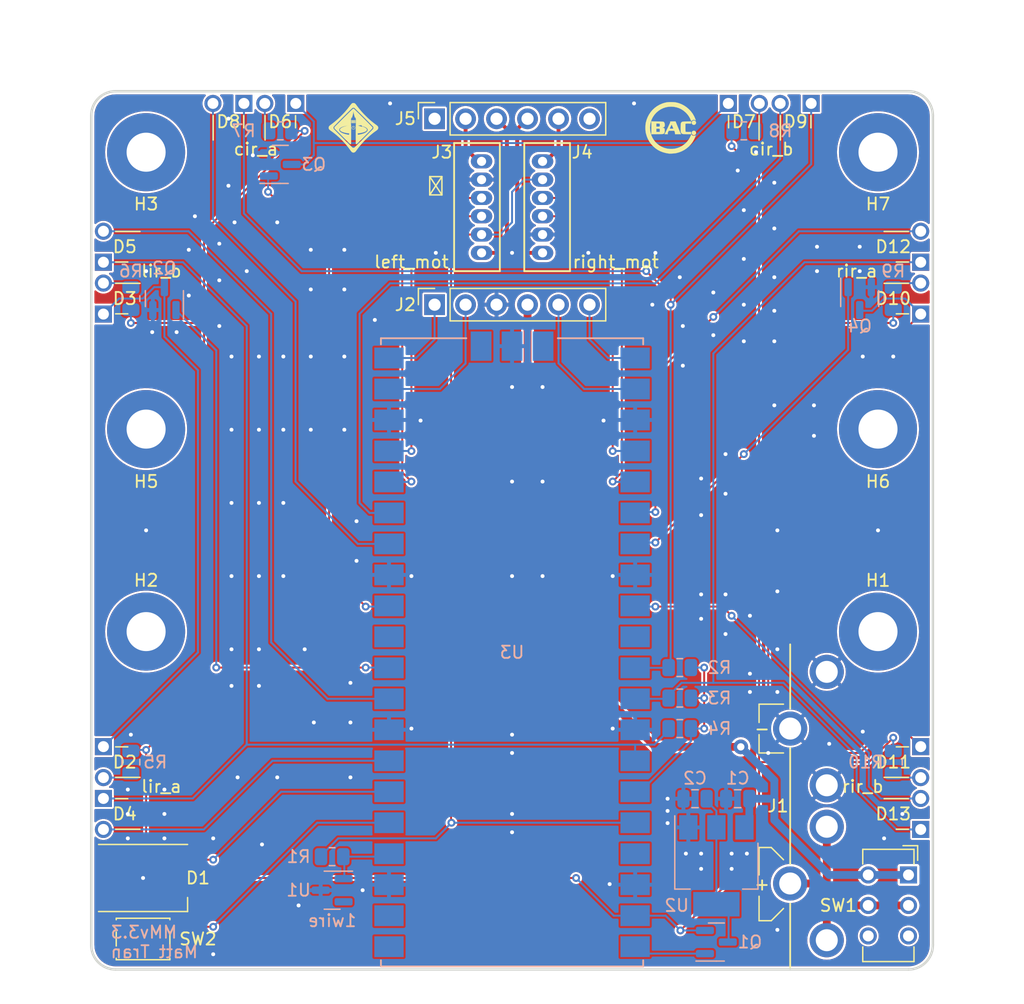
<source format=kicad_pcb>
(kicad_pcb (version 20211014) (generator pcbnew)
  (layers (0 "F.Cu" signal) (31 "B.Cu" signal) (34 "B.Paste" user) (35 "F.Paste" user) (36 "B.SilkS" user "B.Silkscreen") (37 "F.SilkS" user "F.Silkscreen") (38 "B.Mask" user) (39 "F.Mask" user) (44 "Edge.Cuts" user))
  (net 0 "")
  (net 1 "GND")
  (net 2 "+5V")
  (net 3 "+9V")
  (net 5 "/neopixel")
  (net 6 "Net-(D2-Pad2)")
  (net 7 "Net-(D2-Pad1)")
  (net 8 "Net-(D3-Pad2)")
  (net 9 "/l_adc")
  (net 10 "/lir_a")
  (net 11 "/lir_b")
  (net 12 "Net-(D6-Pad2)")
  (net 13 "Net-(D6-Pad1)")
  (net 14 "Net-(D7-Pad2)")
  (net 15 "/c_adc")
  (net 16 "/cir_a")
  (net 17 "/cir_b")
  (net 18 "Net-(D10-Pad2)")
  (net 19 "Net-(D10-Pad1)")
  (net 20 "Net-(D11-Pad2)")
  (net 21 "/r_adc")
  (net 22 "/rir_a")
  (net 23 "/rir_b")
  (net 24 "+3V3")
  (net 25 "/lmot_in1")
  (net 26 "/lmot_in2")
  (net 27 "/rmot_in1")
  (net 28 "/rmot_in2")
  (net 29 "/lmot_m2")
  (net 30 "/lenc_b")
  (net 31 "/lenc_a")
  (net 32 "/lmot_m1")
  (net 33 "/rmot_m2")
  (net 34 "/renc_b")
  (net 35 "/renc_a")
  (net 36 "/rmot_m1")
  (net 37 "VBUS")
  (net 38 "/onewire")
  (net 39 "/+3V3A")
  (net 40 "/lir_en")
  (net 41 "/cir_en")
  (net 42 "/rir_en")
  (net 45 "/but")
  (net 56 "Net-(J1-Pad1)")
  (net 57 "Net-(C2-Pad1)")
  (footprint "LED_SMD:LED_WS2812B_PLCC4_5.0x5.0mm_P3.2mm" (layer "F.Cu") (at 119.75 128.5)
    (fp_text reference "D1")
    (fp_text value "WS2812B")
  )
  (footprint "extraparts:LED_D3.0mm_RH_THT_IRBlack" (layer "F.Cu") (at 116.5 123.25 -90)
    (fp_text reference "D4")
    (fp_text value "D_Photo_ALT")
  )
  (footprint "extraparts:LED_D3.0mm_RH_THT_Clear" (layer "F.Cu") (at 131 65 180)
    (fp_text reference "D6")
    (fp_text value "LED")
  )
  (footprint "extraparts:LED_D3.0mm_RH_THT_Clear" (layer "F.Cu") (at 183.5 119 90)
    (fp_text reference "D11")
    (fp_text value "LED")
  )
  (footprint "extraparts:LED_D3.0mm_RH_THT_IRBlack" (layer "F.Cu") (at 183.5 76.75 90)
    (fp_text reference "D12")
    (fp_text value "D_Photo_ALT")
  )
  (footprint "MountingHole:MountingHole_3.2mm_M3_Pad_TopBottom" (layer "F.Cu") (at 180 108.3)
    (fp_text reference "H1")
    (fp_text value "MountingHole")
  )
  (footprint "MountingHole:MountingHole_3.2mm_M3_Pad_TopBottom" (layer "F.Cu") (at 120 108.3)
    (fp_text reference "H2")
    (fp_text value "MountingHole")
  )
  (footprint "MountingHole:MountingHole_3.2mm_M3_Pad_TopBottom" (layer "F.Cu") (at 120 91.7)
    (fp_text reference "H5")
    (fp_text value "MountingHole")
  )
  (footprint "MountingHole:MountingHole_3.2mm_M3_Pad_TopBottom" (layer "F.Cu") (at 180 91.7)
    (fp_text reference "H6")
    (fp_text value "MountingHole")
  )
  (footprint "Connector_PinSocket_2.54mm:PinSocket_1x06_P2.54mm_Vertical" (layer "F.Cu") (at 143.65 81.5 90)
    (fp_text reference "J2")
    (fp_text value "DRV8833_L")
  )
  (footprint "extraparts:JST_ZH_Vert_6pin" (layer "F.Cu") (at 147.5 69.75 -90)
    (fp_text reference "J3")
    (fp_text value "left_mot")
  )
  (footprint "Button_Switch_SMD:SW_SPST_PTS810" (layer "F.Cu") (at 119.75 133.5)
    (fp_text reference "SW2")
    (fp_text value "but")
  )
  (footprint "Connector_PinSocket_2.54mm:PinSocket_1x06_P2.54mm_Vertical" (layer "F.Cu") (at 143.65 66.26 90)
    (fp_text reference "J5")
    (fp_text value "DRV8833_R")
  )
  (footprint "extraparts:LED_D3.0mm_RH_THT_Clear" (layer "F.Cu") (at 116.5 119 -90)
    (fp_text reference "D2")
    (fp_text value "LED")
  )
  (footprint "extraparts:LED_D3.0mm_RH_THT_IRBlack" (layer "F.Cu") (at 183.5 123.25 90)
    (fp_text reference "D13")
    (fp_text value "D_Photo_ALT")
  )
  (footprint "extraparts:JST_ZH_Vert_6pin" (layer "F.Cu") (at 152.5 77.25 90)
    (fp_text reference "J4")
    (fp_text value "right_mot")
  )
  (footprint "extraparts:bac_logo" (layer "F.Cu") (at 163 67)
    (fp_text reference "H4" hide)
    (fp_text value "bac logo" hide)
  )
  (footprint "extraparts:ieee_logo" (layer "F.Cu") (at 137 67)
    (fp_text reference "H8" hide)
    (fp_text value "ieee logo" hide)
  )
  (footprint "extraparts:LED_D3.0mm_RH_THT_Clear" (layer "F.Cu") (at 116.5 81 -90)
    (fp_text reference "D3")
    (fp_text value "LED")
  )
  (footprint "extraparts:LED_D3.0mm_RH_THT_IRBlack" (layer "F.Cu") (at 116.5 76.75 -90)
    (fp_text reference "D5")
    (fp_text value "D_Photo_ALT")
  )
  (footprint "extraparts:LED_D3.0mm_RH_THT_IRBlack" (layer "F.Cu") (at 126.75 65 180)
    (fp_text reference "D8")
    (fp_text value "D_Photo_ALT")
  )
  (footprint "extraparts:Keystone_593_594" (layer "F.Cu") (at 172.8 122.6 90)
    (fp_text reference "J1")
    (fp_text value "9V")
  )
  (footprint "extraparts:LED_D3.0mm_RH_THT_Clear" (layer "F.Cu") (at 169 65 180)
    (fp_text reference "D7")
    (fp_text value "LED")
  )
  (footprint "extraparts:LED_D3.0mm_RH_THT_Clear" (layer "F.Cu") (at 183.5 81 90)
    (fp_text reference "D10")
    (fp_text value "LED")
  )
  (footprint "Button_Switch_THT:SW_CuK_JS202011CQN_DPDT_Straight" (layer "F.Cu") (at 182.5 128.25 -90)
    (fp_text reference "SW1")
    (fp_text value "PWR")
  )
  (footprint "MountingHole:MountingHole_3.2mm_M3_Pad_TopBottom" (layer "F.Cu") (at 120 69)
    (fp_text reference "H3")
    (fp_text value "MountingHole")
  )
  (footprint "MountingHole:MountingHole_3.2mm_M3_Pad_TopBottom" (layer "F.Cu") (at 180 69)
    (fp_text reference "H7")
    (fp_text value "MountingHole")
  )
  (footprint "extraparts:LED_D3.0mm_RH_THT_IRBlack" (layer "F.Cu") (at 173.25 65 180)
    (fp_text reference "D9")
    (fp_text value "D_Photo_ALT")
  )
  (footprint "Capacitor_SMD:C_0805_2012Metric" (layer "B.Cu") (at 165 122 180)
    (fp_text reference "C2")
    (fp_text value "10u")
  )
  (footprint "Package_TO_SOT_SMD:SOT-23" (layer "B.Cu") (at 166.75 133.75)
    (fp_text reference "Q1")
    (fp_text value "DMG2301L")
  )
  (footprint "Package_TO_SOT_SMD:SOT-23" (layer "B.Cu") (at 178.5 81 -90)
    (fp_text reference "Q4")
    (fp_text value "DMG2302U")
  )
  (footprint "Resistor_SMD:R_0805_2012Metric" (layer "B.Cu") (at 163.75 111.25 180)
    (fp_text reference "R2")
    (fp_text value "10K")
  )
  (footprint "Resistor_SMD:R_0805_2012Metric" (layer "B.Cu") (at 163.75 113.75 180)
    (fp_text reference "R3")
    (fp_text value "10K")
  )
  (footprint "Resistor_SMD:R_0805_2012Metric" (layer "B.Cu") (at 118.75 119 -90)
    (fp_text reference "R5")
    (fp_text value "150")
  )
  (footprint "Resistor_SMD:R_0805_2012Metric" (layer "B.Cu") (at 118.75 81 90)
    (fp_text reference "R6")
    (fp_text value "150")
  )
  (footprint "Resistor_SMD:R_0805_2012Metric" (layer "B.Cu") (at 131 67.25 180)
    (fp_text reference "R7")
    (fp_text value "150")
  )
  (footprint "Resistor_SMD:R_0805_2012Metric" (layer "B.Cu") (at 169 67.25)
    (fp_text reference "R8")
    (fp_text value "150")
  )
  (footprint "Resistor_SMD:R_0805_2012Metric" (layer "B.Cu") (at 181.25 119 -90)
    (fp_text reference "R10")
    (fp_text value "150")
  )
  (footprint "Package_TO_SOT_SMD:SOT-23" (layer "B.Cu") (at 135.25 129.5 180)
    (fp_text reference "U1")
    (fp_text value "DS28E05R+T")
  )
  (footprint "extraparts:RPi_Pico_SMD" (layer "B.Cu") (at 150 110)
    (fp_text reference "U3")
    (fp_text value "RPi_Pico")
  )
  (footprint "Capacitor_SMD:C_0805_2012Metric" (layer "B.Cu") (at 168.5 122 180)
    (fp_text reference "C1")
    (fp_text value "10u")
  )
  (footprint "Resistor_SMD:R_0805_2012Metric" (layer "B.Cu") (at 135.25 126.75)
    (fp_text reference "R1")
    (fp_text value "1k")
  )
  (footprint "Package_TO_SOT_SMD:SOT-223-3_TabPin2" (layer "B.Cu") (at 166.75 127.5 -90)
    (fp_text reference "U2")
    (fp_text value "LD1117S50TR_SOT223")
  )
  (footprint "Package_TO_SOT_SMD:SOT-23" (layer "B.Cu") (at 121.5 81 90)
    (fp_text reference "Q2")
    (fp_text value "DMG2302U")
  )
  (footprint "Resistor_SMD:R_0805_2012Metric" (layer "B.Cu") (at 181.25 81 90)
    (fp_text reference "R9")
    (fp_text value "150")
  )
  (footprint "Resistor_SMD:R_0805_2012Metric" (layer "B.Cu") (at 163.75 116.25 180)
    (fp_text reference "R4")
    (fp_text value "10K")
  )
  (footprint "Package_TO_SOT_SMD:SOT-23" (layer "B.Cu") (at 131 70)
    (fp_text reference "Q3")
    (fp_text value "DMG2302U")
  )
  (gr_line (start 144.25 72.5) (end 144.25 71) (layer "F.SilkS") (width 0.12))
  (gr_line (start 143.25 71) (end 144.25 72.5) (layer "F.SilkS") (width 0.12))
  (gr_line (start 143.25 72.5) (end 144.25 71) (layer "F.SilkS") (width 0.12))
  (gr_line (start 182.5 82.25) (end 181.5 82.25) (layer "F.SilkS") (width 0.12))
  (gr_line (start 117.5 120.25) (end 119.5 120.25) (layer "F.SilkS") (width 0.12))
  (gr_line (start 172.25 114.25) (end 170.25 114.25) (layer "F.SilkS") (width 0.12))
  (gr_line (start 117.5 82.25) (end 118.5 82.25) (layer "F.SilkS") (width 0.12))
  (gr_line (start 182.5 122) (end 180.5 122) (layer "F.SilkS") (width 0.12))
  (gr_line (start 171.25 126) (end 170.25 126) (layer "F.SilkS") (width 0.12))
  (gr_line (start 182.5 75.5) (end 180.5 75.5) (layer "F.SilkS") (width 0.12))
  (gr_line (start 170.25 114.25) (end 170.25 115.75) (layer "F.SilkS") (width 0.12))
  (gr_line (start 170.25 66) (end 170.25 68) (layer "F.SilkS") (width 0.12))
  (gr_line (start 167.75 66) (end 167.75 67) (layer "F.SilkS") (width 0.12))
  (gr_line (start 128 66) (end 128 67) (layer "F.SilkS") (width 0.12))
  (gr_line (start 182.5 117.75) (end 181.5 117.75) (layer "F.SilkS") (width 0.12))
  (gr_line (start 182.5 79.75) (end 180.5 79.75) (layer "F.SilkS") (width 0.12))
  (gr_line (start 172.25 118.25) (end 170.25 118.25) (layer "F.SilkS") (width 0.12))
  (gr_line (start 125.5 66) (end 125.5 68) (layer "F.SilkS") (width 0.12))
  (gr_line (start 117.5 78) (end 118.5 78) (layer "F.SilkS") (width 0.12))
  (gr_line (start 172.25 131) (end 171.25 132) (layer "F.SilkS") (width 0.12))
  (gr_line (start 143.25 71) (end 143.25 72.5) (layer "F.SilkS") (width 0.12))
  (gr_line (start 182.5 120.25) (end 180.5 120.25) (layer "F.SilkS") (width 0.12))
  (gr_line (start 117.5 79.75) (end 119.5 79.75) (layer "F.SilkS") (width 0.12))
  (gr_line (start 132.25 66) (end 132.25 67) (layer "F.SilkS") (width 0.12))
  (gr_line (start 143.25 72.5) (end 144.25 72.5) (layer "F.SilkS") (width 0.12))
  (gr_line (start 171.25 132) (end 170.25 132) (layer "F.SilkS") (width 0.12))
  (gr_line (start 170.25 126) (end 170.25 128.25) (layer "F.SilkS") (width 0.12))
  (gr_line (start 172 66) (end 172 68) (layer "F.SilkS") (width 0.12))
  (gr_line (start 174.5 66) (end 174.5 67) (layer "F.SilkS") (width 0.12))
  (gr_line (start 117.5 75.5) (end 119.5 75.5) (layer "F.SilkS") (width 0.12))
  (gr_line (start 182.5 78) (end 181.5 78) (layer "F.SilkS") (width 0.12))
  (gr_line (start 170.25 132) (end 170.25 130) (layer "F.SilkS") (width 0.12))
  (gr_line (start 117.5 124.5) (end 119.5 124.5) (layer "F.SilkS") (width 0.12))
  (gr_line (start 117.5 122) (end 118.5 122) (layer "F.SilkS") (width 0.12))
  (gr_line (start 129.75 66) (end 129.75 68) (layer "F.SilkS") (width 0.12))
  (gr_line (start 170.25 118.25) (end 170.25 116.75) (layer "F.SilkS") (width 0.12))
  (gr_line (start 144.25 71) (end 143.25 71) (layer "F.SilkS") (width 0.12))
  (gr_line (start 117.5 117.75) (end 118.5 117.75) (layer "F.SilkS") (width 0.12))
  (gr_line (start 182.5 124.5) (end 181.5 124.5) (layer "F.SilkS") (width 0.12))
  (gr_line (start 172.25 127) (end 171.25 126) (layer "F.SilkS") (width 0.12))
  (gr_line (start 115.5 66) (end 115.5 134) (layer "Edge.Cuts") (width 0.2))
  (gr_line (start 117.5 136) (end 182.5 136) (layer "Edge.Cuts") (width 0.2))
  (gr_arc (start 117.5 136) (mid 116.085786 135.414214) (end 115.5 134) (layer "Edge.Cuts") (width 0.2))
  (gr_arc (start 182.5 64) (mid 183.914214 64.585786) (end 184.5 66) (layer "Edge.Cuts") (width 0.2))
  (gr_arc (start 184.5 134) (mid 183.914214 135.414214) (end 182.5 136) (layer "Edge.Cuts") (width 0.2))
  (gr_line (start 184.5 66) (end 184.5 134) (layer "Edge.Cuts") (width 0.2))
  (gr_line (start 117.5 64) (end 182.5 64) (layer "Edge.Cuts") (width 0.2))
  (gr_arc (start 115.5 66) (mid 116.085786 64.585786) (end 117.5 64) (layer "Edge.Cuts") (width 0.2))
  (gr_text "MMv3.3\nMatt Tran" (at 117 133.75) (layer "B.SilkS") (effects (font (size 1 1)) (justify right mirror)))
  (gr_text "1wire" (at 135.25 132) (layer "B.SilkS") (effects (font (size 1 1)) (justify mirror)))
  (gr_text "lir_a" (at 121.25 121) (layer "F.SilkS") (effects (font (size 1 1))))
  (gr_text "lir_b" (at 121.25 78.75) (layer "F.SilkS") (effects (font (size 1 1))))
  (gr_text "left_mot" (at 141.75 78) (layer "F.SilkS") (effects (font (size 1 1))))
  (gr_text "cir_a" (at 129 68.75) (layer "F.SilkS") (effects (font (size 1 1))))
  (gr_text "rir_a" (at 178.25 78.75) (layer "F.SilkS") (effects (font (size 1 1))))
  (gr_text "+" (at 170.5 129) (layer "F.SilkS") (effects (font (size 1 1))))
  (gr_text "right_mot" (at 158.5 78) (layer "F.SilkS") (effects (font (size 1 1))))
  (gr_text "-" (at 170.5 116.25) (layer "F.SilkS") (effects (font (size 1 1))))
  (gr_text "cir_b" (at 171.25 68.75) (layer "F.SilkS") (effects (font (size 1 1))))
  (gr_text "rir_b" (at 178.75 121) (layer "F.SilkS") (effects (font (size 1 1))))
  (via (at 141.75 116.25) (size 0.64) (drill 0.32) (layers "F.Cu" "B.Cu") (net 1))
  (via (at 171 118.25) (size 0.64) (drill 0.32) (layers "F.Cu" "B.Cu") (net 1))
  (via (at 133.5 80.25) (size 0.64) (drill 0.32) (layers "F.Cu" "B.Cu") (net 1))
  (via (at 166.5 80.5) (size 0.64) (drill 0.32) (layers "F.Cu" "B.Cu") (net 1))
  (via (at 169 77.75) (size 0.64) (drill 0.32) (layers "F.Cu" "B.Cu") (net 1))
  (via (at 124 74.25) (size 0.64) (drill 0.32) (layers "F.Cu" "B.Cu") (net 1))
  (via (at 175 76.75) (size 0.64) (drill 0.32) (layers "F.Cu" "B.Cu") (net 1))
  (via (at 171.75 132.75) (size 0.64) (drill 0.32) (layers "F.Cu" "B.Cu") (net 1))
  (via (at 125.5 134.75) (size 0.64) (drill 0.32) (layers "F.Cu" "B.Cu") (net 1))
  (via (at 168 126.5) (size 0.64) (drill 0.32) (layers "F.Cu" "B.Cu") (net 1))
  (via (at 152.5 88.25) (size 0.64) (drill 0.32) (layers "F.Cu" "B.Cu") (net 1))
  (via (at 126 79.5) (size 0.64) (drill 0.32) (layers "F.Cu" "B.Cu") (net 1))
  (via (at 150 103.75) (size 0.64) (drill 0.32) (layers "F.Cu" "B.Cu") (net 1))
  (via (at 137.25 102.5) (size 0.64) (drill 0.32) (layers "F.Cu" "B.Cu") (net 1))
  (via (at 133 109.75) (size 0.64) (drill 0.32) (layers "F.Cu" "B.Cu") (net 1))
  (via (at 174.75 92.25) (size 0.64) (drill 0.32) (layers "F.Cu" "B.Cu") (net 1))
  (via (at 182 123.25) (size 0.64) (drill 0.32) (layers "F.Cu" "B.Cu") (net 1))
  (via (at 150 88.25) (size 0.64) (drill 0.32) (layers "F.Cu" "B.Cu") (net 1))
  (via (at 178.5 78.75) (size 0.64) (drill 0.32) (layers "F.Cu" "B.Cu") (net 1))
  (via (at 141.75 103.75) (size 0.64) (drill 0.32) (layers "F.Cu" "B.Cu") (net 1))
  (via (at 165.5 126.5) (size 0.64) (drill 0.32) (layers "F.Cu" "B.Cu") (net 1))
  (via (at 174.75 89.75) (size 0.64) (drill 0.32) (layers "F.Cu" "B.Cu") (net 1))
  (via (at 133.75 115.75) (size 0.64) (drill 0.32) (layers "F.Cu" "B.Cu") (net 1))
  (via (at 169.5 107) (size 0.64) (drill 0.32) (layers "F.Cu" "B.Cu") (net 1))
  (via (at 129.5 125.75) (size 0.64) (drill 0.32) (layers "F.Cu" "B.Cu") (net 1))
  (via (at 130.75 74.75) (size 0.64) (drill 0.32) (layers "F.Cu" "B.Cu") (net 1))
  (via (at 123.5 77) (size 0.64) (drill 0.32) (layers "F.Cu" "B.Cu") (net 1))
  (via (at 129.25 91.75) (size 0.64) (drill 0.32) (layers "F.Cu" "B.Cu") (net 1))
  (via (at 129.25 109.75) (size 0.64) (drill 0.32) (layers "F.Cu" "B.Cu") (net 1))
  (via (at 161.75 77.25) (size 0.64) (drill 0.32) (layers "F.Cu" "B.Cu") (net 1))
  (via (at 171.5 75.25) (size 0.64) (drill 0.32) (layers "F.Cu" "B.Cu") (net 1))
  (via (at 171.5 82) (size 0.64) (drill 0.32) (layers "F.Cu" "B.Cu") (net 1))
  (via (at 162.75 123) (size 0.64) (drill 0.32) (layers "F.Cu" "B.Cu") (net 1))
  (via (at 157.5 91) (size 0.64) (drill 0.32) (layers "F.Cu" "B.Cu") (net 1))
  (via (at 136.25 77) (size 0.64) (drill 0.32) (layers "F.Cu" "B.Cu") (net 1))
  (via (at 126 76.5) (size 0.64) (drill 0.32) (layers "F.Cu" "B.Cu") (net 1))
  (via (at 167.5 93.75) (size 0.64) (drill 0.32) (layers "F.Cu" "B.Cu") (net 1))
  (via (at 158.25 103.75) (size 0.64) (drill 0.32) (layers "F.Cu" "B.Cu") (net 1))
  (via (at 150 116.75) (size 0.64) (drill 0.32) (layers "F.Cu" "B.Cu") (net 1))
  (via (at 171.5 84.5) (size 0.64) (drill 0.32) (layers "F.Cu" "B.Cu") (net 1))
  (via (at 165.5 107.25) (size 0.64) (drill 0.32) (layers "F.Cu" "B.Cu") (net 1))
  (via (at 150 124.75) (size 0.64) (drill 0.32) (layers "F.Cu" "B.Cu") (net 1))
  (via (at 171.75 105) (size 0.64) (drill 0.32) (layers "F.Cu" "B.Cu") (net 1))
  (via (at 152.5 96) (size 0.64) (drill 0.32) (layers "F.Cu" "B.Cu") (net 1))
  (via (at 178.75 116.5) (size 0.64) (drill 0.32) (layers "F.Cu" "B.Cu") (net 1))
  (via (at 171.75 109.75) (size 0.64) (drill 0.32) (layers "F.Cu" "B.Cu") (net 1))
  (via (at 128.75 69.25) (size 0.64) (drill 0.32) (layers "F.Cu" "B.Cu") (net 1))
  (via (at 169 81.5) (size 0.64) (drill 0.32) (layers "F.Cu" "B.Cu") (net 1))
  (via (at 128.25 78.75) (size 0.64) (drill 0.32) (layers "F.Cu" "B.Cu") (net 1))
  (via (at 136.25 85.75) (size 0.64) (drill 0.32) (layers "F.Cu" "B.Cu") (net 1))
  (via (at 169 84.5) (size 0.64) (drill 0.32) (layers "F.Cu" "B.Cu") (net 1))
  (via (at 150 96) (size 0.64) (drill 0.32) (layers "F.Cu" "B.Cu") (net 1))
  (via (at 169.5 111.75) (size 0.64) (drill 0.32) (layers "F.Cu" "B.Cu") (net 1))
  (via (at 167.5 108.5) (size 0.64) (drill 0.32) (layers "F.Cu" "B.Cu") (net 1))
  (via (at 126.75 66.25) (size 0.64) (drill 0.32) (layers "F.Cu" "B.Cu") (net 1))
  (via (at 171.5 79.25) (size 0.64) (drill 0.32) (layers "F.Cu" "B.Cu") (net 1))
  (via (at 152.5 103.75) (size 0.64) (drill 0.32) (layers "F.Cu" "B.Cu") (net 1))
  (via (at 126 83.25) (size 0.64) (drill 0.32) (layers "F.Cu" "B.Cu") (net 1))
  (via (at 158 129) (size 0.64) (drill 0.32) (layers "F.Cu" "B.Cu") (net 1))
  (via (at 121.5 123.25) (size 0.64) (drill 0.32) (layers "F.Cu" "B.Cu") (net 1))
  (via (at 171.5 71.5) (size 0.64) (drill 0.32) (layers "F.Cu" "B.Cu") (net 1))
  (via (at 127 112.75) (size 0.64) (drill 0.32) (layers "F.Cu" "B.Cu") (net 1))
  (via (at 178.75 85.75) (size 0.64) (drill 0.32) (layers "F.Cu" "B.Cu") (net 1))
  (via (at 171.75 113.25) (size 0.64) (drill 0.32) (layers "F.Cu" "B.Cu") (net 1))
  (via (at 129.25 103.75) (size 0.64) (drill 0.32) (layers "F.Cu" "B.Cu") (net 1))
  (via (at 143.75 77.25) (size 0.64) (drill 0.32) (layers "F.Cu" "B.Cu") (net 1))
  (via (at 133.5 85.75) (size 0.64) (drill 0.32) (layers "F.Cu" "B.Cu") (net 1))
  (via (at 180.5 125.25) (size 0.64) (drill 0.32) (layers "F.Cu" "B.Cu") (net 1))
  (via (at 150 77.25) (size 0.64) (drill 0.32) (layers "F.Cu" "B.Cu") (net 1))
  (via (at 133.5 77) (size 0.64) (drill 0.32) (layers "F.Cu" "B.Cu") (net 1))
  (via (at 165.5 95.75) (size 0.64) (drill 0.32) (layers "F.Cu" "B.Cu") (net 1))
  (via (at 118.5 125.25) (size 0.64) (drill 0.32) (layers "F.Cu" "B.Cu") (net 1))
  (via (at 160 65) (size 0.64) (drill 0.32) (layers "F.Cu" "B.Cu") (net 1))
  (via (at 131.25 103.75) (size 0.64) (drill 0.32) (layers "F.Cu" "B.Cu") (net 1))
  (via (at 165.5 98.75) (size 0.64) (drill 0.32) (layers "F.Cu" "B.Cu") (net 1))
  (via (at 127 109.75) (size 0.64) (drill 0.32) (layers "F.Cu" "B.Cu") (net 1))
  (via (at 118.5 123.25) (size 0.64) (drill 0.32) (layers "F.Cu" "B.Cu") (net 1))
  (via (at 126.75 71.75) (size 0.64) (drill 0.32) (layers "F.Cu" "B.Cu") (net 1))
  (via (at 129.25 112.75) (size 0.64) (drill 0.32) (layers "F.Cu" "B.Cu") (net 1))
  (via (at 169 73.75) (size 0.64) (drill 0.32) (layers "F.Cu" "B.Cu") (net 1))
  (via (at 119.75 128.5) (size 0.64) (drill 0.32) (layers "F.Cu" "B.Cu") (net 1))
  (via (at 131.25 91.75) (size 0.64) (drill 0.32) (layers "F.Cu" "B.Cu") (net 1))
  (via (at 181.25 85.75) (size 0.64) (drill 0.32) (layers "F.Cu" "B.Cu") (net 1))
  (via (at 121.5 121.25) (size 0.64) (drill 0.32) (layers "F.Cu" "B.Cu") (net 1))
  (via (at 137.75 129.5) (size 0.64) (drill 0.32) (layers "F.Cu" "B.Cu") (net 1))
  (via (at 162.75 122) (size 0.64) (drill 0.32) (layers "F.Cu" "B.Cu") (net 1))
  (via (at 120.5 83.75) (size 0.64) (drill 0.32) (layers "F.Cu" "B.Cu") (net 1))
  (via (at 156.25 77.25) (size 0.64) (drill 0.32) (layers "F.Cu" "B.Cu") (net 1))
  (via (at 118.5 121.25) (size 0.64) (drill 0.32) (layers "F.Cu" "B.Cu") (net 1))
  (via (at 121.5 125.25) (size 0.64) (drill 0.32) (layers "F.Cu" "B.Cu") (net 1))
  (via (at 133.5 91.75) (size 0.64) (drill 0.32) (layers "F.Cu" "B.Cu") (net 1))
  (via (at 161.5 81.5) (size 0.64) (drill 0.32) (layers "F.Cu" "B.Cu") (net 1))
  (via (at 142.5 91) (size 0.64) (drill 0.32) (layers "F.Cu" "B.Cu") (net 1))
  (via (at 136.75 115.75) (size 0.64) (drill 0.32) (layers "F.Cu" "B.Cu") (net 1))
  (via (at 170 69) (size 0.64) (drill 0.32) (layers "F.Cu" "B.Cu") (net 1))
  (via (at 158.25 116.25) (size 0.64) (drill 0.32) (layers "F.Cu" "B.Cu") (net 1))
  (via (at 127.25 74.75) (size 0.64) (drill 0.32) (layers "F.Cu" "B.Cu") (net 1))
  (via (at 150 123.25) (size 0.64) (drill 0.32) (layers "F.Cu" "B.Cu") (net 1))
  (via (at 136.25 91.75) (size 0.64) (drill 0.32) (layers "F.Cu" "B.Cu") (net 1))
  (via (at 180 100) (size 0.64) (drill 0.32) (layers "F.Cu" "B.Cu") (net 1))
  (via (at 169.25 126.5) (size 0.64) (drill 0.32) (layers "F.Cu" "B.Cu") (net 1))
  (via (at 164.25 126.5) (size 0.64) (drill 0.32) (layers "F.Cu" "B.Cu") (net 1))
  (via (at 131.25 85.75) (size 0.64) (drill 0.32) (layers "F.Cu" "B.Cu") (net 1))
  (via (at 165.5 127.75) (size 0.64) (drill 0.32) (layers "F.Cu" "B.Cu") (net 1))
  (via (at 167.5 97) (size 0.64) (drill 0.32) (layers "F.Cu" "B.Cu") (net 1))
  (via (at 171.5 89.75) (size 0.64) (drill 0.32) (layers "F.Cu" "B.Cu") (net 1))
  (via (at 122.5 83.75) (size 0.64) (drill 0.32) (layers "F.Cu" "B.Cu") (net 1))
  (via (at 127.5 120.25) (size 0.64) (drill 0.32) (layers "F.Cu" "B.Cu") (net 1))
  (via (at 131.25 97.75) (size 0.64) (drill 0.32) (layers "F.Cu" "B.Cu") (net 1))
  (via (at 150 118.25) (size 0.64) (drill 0.32) (layers "F.Cu" "B.Cu") (net 1))
  (via (at 127 97.75) (size 0.64) (drill 0.32) (layers "F.Cu" "B.Cu") (net 1))
  (via (at 130.75 120.25) (size 0.64) (drill 0.32) (layers "F.Cu" "B.Cu") (net 1))
  (via (at 164 86.5) (size 0.64) (drill 0.32) (layers "F.Cu" "B.Cu") (net 1))
  (via (at 140 65) (size 0.64) (drill 0.32) (layers "F.Cu" "B.Cu") (net 1))
  (via (at 164 83.25) (size 0.64) (drill 0.32) (layers "F.Cu" "B.Cu") (net 1))
  (via (at 125.5 125.25) (size 0.64) (drill 0.32) (layers "F.Cu" "B.Cu") (net 1))
  (via (at 129.25 97.75) (size 0.64) (drill 0.32) (layers "F.Cu" "B.Cu") (net 1))
  (via (at 120 78.75) (size 0.64) (drill 0.32) (layers "F.Cu" "B.Cu") (net 1))
  (via (at 169.5 113.25) (size 0.64) (drill 0.32) (layers "F.Cu" "B.Cu") (net 1))
  (via (at 175 78.75) (size 0.64) (drill 0.32) (layers "F.Cu" "B.Cu") (net 1))
  (via (at 136.25 80.25) (size 0.64) (drill 0.32) (layers "F.Cu" "B.Cu") (net 1))
  (via (at 129.25 85.75) (size 0.64) (drill 0.32) (layers "F.Cu" "B.Cu") (net 1))
  (via (at 176 117.5) (size 0.64) (drill 0.32) (layers "F.Cu" "B.Cu") (net 1))
  (via (at 162.75 124) (size 0.64) (drill 0.32) (layers "F.Cu" "B.Cu") (net 1))
  (via (at 178.5 76.75) (size 0.64) (drill 0.32) (layers "F.Cu" "B.Cu") (net 1))
  (via (at 168 127.75) (size 0.64) (drill 0.32) (layers "F.Cu" "B.Cu") (net 1))
  (via (at 123.5 80.75) (size 0.64) (drill 0.32) (layers "F.Cu" "B.Cu") (net 1))
  (via (at 120 100) (size 0.64) (drill 0.32) (layers "F.Cu" "B.Cu") (net 1))
  (via (at 168.5 70.5) (size 0.64) (drill 0.32) (layers "F.Cu" "B.Cu") (net 1))
  (via (at 166.5 84) (size 0.64) (drill 0.32) (layers "F.Cu" "B.Cu") (net 1))
  (via (at 118.75 116.75) (size 0.64) (drill 0.32) (layers "F.Cu" "B.Cu") (net 1))
  (via (at 127 91.75) (size 0.64) (drill 0.32) (layers "F.Cu" "B.Cu") (net 1))
  (via (at 132.5 130.75) (size 0.64) (drill 0.32) (layers "F.Cu" "B.Cu") (net 1))
  (via (at 163.75 79.25) (size 0.64) (drill 0.32) (layers "F.Cu" "B.Cu") (net 1))
  (via (at 138.75 82.75) (size 0.64) (drill 0.32) (layers "F.Cu" "B.Cu") (net 1))
  (via (at 137.25 99.25) (size 0.64) (drill 0.32) (layers "F.Cu" "B.Cu") (net 1))
  (via (at 127 85.75) (size 0.64) (drill 0.32) (layers "F.Cu" "B.Cu") (net 1))
  (via (at 165.5 105.25) (size 0.64) (drill 0.32) (layers "F.Cu" "B.Cu") (net 1))
  (via (at 136.75 112.5) (size 0.64) (drill 0.32) (layers "F.Cu" "B.Cu") (net 1))
  (via (at 171.75 100) (size 0.64) (drill 0.32) (layers "F.Cu" "B.Cu") (net 1))
  (via (at 136.75 120.25) (size 0.64) (drill 0.32) (layers "F.Cu" "B.Cu") (net 1))
  (via (at 127 103.75) (size 0.64) (drill 0.32) (layers "F.Cu" "B.Cu") (net 1))
  (via (at 167.5 105.25) (size 0.64) (drill 0.32) (layers "F.Cu" "B.Cu") (net 1))
  (segment (start 124.75 113.25) (end 124.75 83) (width 0.16) (layer "F.Cu") (net 2))
  (segment (start 117.4 127) (end 117.3 126.9) (width 0.16) (layer "F.Cu") (net 2))
  (segment (start 120 118) (end 124.75 113.25) (width 0.16) (layer "F.Cu") (net 2))
  (segment (start 120 127) (end 121.499998 128.499998) (width 0.16) (layer "F.Cu") (net 2))
  (segment (start 170.25 83) (end 170.25 70.75) (width 0.16) (layer "F.Cu") (net 2))
  (segment (start 124.75 75.5) (end 133 67.25) (width 0.16) (layer "F.Cu") (net 2))
  (segment (start 170.25 70.75) (end 168 68.5) (width 0.16) (layer "F.Cu") (net 2))
  (segment (start 121.499998 128.499998) (end 155.25 128.499998) (width 0.16) (layer "F.Cu") (net 2))
  (segment (start 179.25 119) (end 170.25 119) (width 0.16) (layer "F.Cu") (net 2))
  (segment (start 181.25 83) (end 170.25 83) (width 0.16) (layer "F.Cu") (net 2))
  (segment (start 181.25 117) (end 179.25 119) (width 0.16) (layer "F.Cu") (net 2))
  (segment (start 124.75 83) (end 124.75 75.5) (width 0.16) (layer "F.Cu") (net 2))
  (segment (start 120 118) (end 120 127) (width 0.16) (layer "F.Cu") (net 2))
  (segment (start 163.8 132.8) (end 170.25 126.35) (width 0.16) (layer "F.Cu") (net 2))
  (segment (start 170.25 126.35) (end 170.25 83) (width 0.16) (layer "F.Cu") (net 2))
  (segment (start 118.75 83) (end 124.75 83) (width 0.16) (layer "F.Cu") (net 2))
  (segment (start 120 127) (end 117.4 127) (width 0.16) (layer "F.Cu") (net 2))
  (via (at 181.25 83) (size 0.64) (drill 0.32) (layers "F.Cu" "B.Cu") (net 2))
  (via (at 133 67.25) (size 0.64) (drill 0.32) (layers "F.Cu" "B.Cu") (net 2))
  (via (at 120 118) (size 0.64) (drill 0.32) (layers "F.Cu" "B.Cu") (net 2))
  (via (at 118.75 83) (size 0.64) (drill 0.32) (layers "F.Cu" "B.Cu") (net 2))
  (via (at 155.25 128.499998) (size 0.64) (drill 0.32) (layers "F.Cu" "B.Cu") (net 2))
  (via (at 181.25 117) (size 0.64) (drill 0.32) (layers "F.Cu" "B.Cu") (net 2))
  (via (at 168 68.5) (size 0.64) (drill 0.32) (layers "F.Cu" "B.Cu") (net 2))
  (via (at 163.8 132.8) (size 0.64) (drill 0.32) (layers "F.Cu" "B.Cu") (net 2))
  (segment (start 181.25 118.0875) (end 181.25 117) (width 0.16) (layer "B.Cu") (net 2))
  (segment (start 160.09 131.59) (end 158.340002 131.59) (width 0.16) (layer "B.Cu") (net 2))
  (segment (start 162.59 131.59) (end 163.8 132.8) (width 0.16) (layer "B.Cu") (net 2))
  (segment (start 118.8375 118) (end 118.75 118.0875) (width 0.16) (layer "B.Cu") (net 2))
  (segment (start 131.9125 67.25) (end 133 67.25) (width 0.16) (layer "B.Cu") (net 2))
  (segment (start 163.8 132.8) (end 165.8125 132.8) (width 0.16) (layer "B.Cu") (net 2))
  (segment (start 168 67.3375) (end 168.0875 67.25) (width 0.16) (layer "B.Cu") (net 2))
  (segment (start 120 118) (end 118.8375 118) (width 0.16) (layer "B.Cu") (net 2))
  (segment (start 160.09 131.59) (end 162.59 131.59) (width 0.16) (layer "B.Cu") (net 2))
  (segment (start 158.340002 131.59) (end 155.25 128.499998) (width 0.16) (layer "B.Cu") (net 2))
  (segment (start 118.75 81.9125) (end 118.75 83) (width 0.16) (layer "B.Cu") (net 2))
  (segment (start 168 68.5) (end 168 67.3375) (width 0.16) (layer "B.Cu") (net 2))
  (segment (start 181.25 81.9125) (end 181.25 83) (width 0.16) (layer "B.Cu") (net 2))
  (segment (start 151.27 107.27) (end 161.75 117.75) (width 0.64) (layer "F.Cu") (net 3))
  (segment (start 161.75 117.75) (end 168.75 117.75) (width 0.64) (layer "F.Cu") (net 3))
  (segment (start 151.27 81.5) (end 151.27 107.27) (width 0.64) (layer "F.Cu") (net 3))
  (via (at 168.75 117.75) (size 1.2) (drill 0.6) (layers "F.Cu" "B.Cu") (net 3))
  (segment (start 169.45 123.95) (end 169.05 124.35) (width 0.64) (layer "B.Cu") (net 3))
  (segment (start 171.5 122) (end 171.5 120.5) (width 0.64) (layer "B.Cu") (net 3))
  (segment (start 169.45 122) (end 169.45 123.95) (width 0.64) (layer "B.Cu") (net 3))
  (segment (start 169.45 122) (end 171.5 122) (width 0.64) (layer "B.Cu") (net 3))
  (segment (start 179.2 128.25) (end 176 128.25) (width 0.64) (layer "B.Cu") (net 3))
  (segment (start 182.5 128.25) (end 179.2 128.25) (width 0.64) (layer "B.Cu") (net 3))
  (segment (start 171.5 120.5) (end 168.75 117.75) (width 0.64) (layer "B.Cu") (net 3))
  (segment (start 171.5 123.75) (end 171.5 122) (width 0.64) (layer "B.Cu") (net 3))
  (segment (start 176 128.25) (end 171.5 123.75) (width 0.64) (layer "B.Cu") (net 3))
  (segment (start 122.3 127) (end 122.2 126.9) (width 0.16) (layer "F.Cu") (net 5))
  (segment (start 125.5 127) (end 122.3 127) (width 0.16) (layer "F.Cu") (net 5))
  (via (at 125.5 127) (size 0.64) (drill 0.32) (layers "F.Cu" "B.Cu") (net 5))
  (segment (start 131.07 121.43) (end 125.5 127) (width 0.16) (layer "B.Cu") (net 5))
  (segment (start 139.91 121.43) (end 131.07 121.43) (width 0.16) (layer "B.Cu") (net 5))
  (segment (start 116.5 120.27) (end 118.3925 120.27) (width 0.16) (layer "B.Cu") (net 6))
  (segment (start 118.3925 120.27) (end 118.75 119.9125) (width 0.16) (layer "B.Cu") (net 6))
  (segment (start 124.25 86.875) (end 124.25 110) (width 0.16) (layer "B.Cu") (net 7))
  (segment (start 124.25 110) (end 116.52 117.73) (width 0.16) (layer "B.Cu") (net 7))
  (segment (start 121.5 84.125) (end 124.25 86.875) (width 0.16) (layer "B.Cu") (net 7))
  (segment (start 116.5 82.27) (end 117.77 81) (width 0.16) (layer "B.Cu") (net 7))
  (segment (start 119.724568 81) (end 120.662068 80.0625) (width 0.16) (layer "B.Cu") (net 7))
  (segment (start 121.5 80) (end 121.5 81) (width 0.16) (layer "B.Cu") (net 7))
  (segment (start 120.662068 80.0625) (end 121.5 80.0625) (width 0.16) (layer "B.Cu") (net 7))
  (segment (start 121.5 81) (end 121.5 84.125) (width 0.16) (layer "B.Cu") (net 7))
  (segment (start 117.77 81) (end 119.724568 81) (width 0.16) (layer "B.Cu") (net 7))
  (segment (start 116.52 117.73) (end 116.5 117.73) (width 0.16) (layer "B.Cu") (net 7))
  (segment (start 116.5 79.73) (end 118.3925 79.73) (width 0.16) (layer "B.Cu") (net 8))
  (segment (start 118.3925 79.73) (end 118.75 80.0875) (width 0.16) (layer "B.Cu") (net 8))
  (segment (start 160.09 118.89) (end 160.09 117.59) (width 0.16) (layer "B.Cu") (net 9))
  (segment (start 162.8375 116.4125) (end 162.8375 116.25) (width 0.16) (layer "B.Cu") (net 9))
  (segment (start 128.25 83.25) (end 123.02 78.02) (width 0.16) (layer "B.Cu") (net 9))
  (segment (start 161.679989 117.570011) (end 162.8375 116.4125) (width 0.16) (layer "B.Cu") (net 9))
  (segment (start 160.070011 117.570011) (end 161.679989 117.570011) (width 0.16) (layer "B.Cu") (net 9))
  (segment (start 128.25 117.570011) (end 160.070011 117.570011) (width 0.16) (layer "B.Cu") (net 9))
  (segment (start 123.02 78.02) (end 116.5 78.02) (width 0.16) (layer "B.Cu") (net 9))
  (segment (start 128.25 117.5) (end 128.25 83.25) (width 0.16) (layer "B.Cu") (net 9))
  (segment (start 160.09 117.59) (end 160.070011 117.570011) (width 0.16) (layer "B.Cu") (net 9))
  (segment (start 128.25 117.5) (end 128.25 117.55) (width 0.16) (layer "B.Cu") (net 9))
  (segment (start 128.25 117.55) (end 123.82 121.98) (width 0.16) (layer "B.Cu") (net 9))
  (segment (start 128.25 117.5) (end 128.25 117.570011) (width 0.16) (layer "B.Cu") (net 9))
  (segment (start 123.82 121.98) (end 116.5 121.98) (width 0.16) (layer "B.Cu") (net 9))
  (segment (start 124.73 124.52) (end 130.36 118.89) (width 0.16) (layer "B.Cu") (net 10))
  (segment (start 116.5 124.52) (end 124.73 124.52) (width 0.16) (layer "B.Cu") (net 10))
  (segment (start 130.36 118.89) (end 139.91 118.89) (width 0.16) (layer "B.Cu") (net 10))
  (segment (start 130.25 82.25) (end 123.48 75.48) (width 0.16) (layer "B.Cu") (net 11))
  (segment (start 139.91 113.81) (end 134.88001 113.81) (width 0.16) (layer "B.Cu") (net 11))
  (segment (start 134.88001 113.81) (end 130.25 109.17999) (width 0.16) (layer "B.Cu") (net 11))
  (segment (start 123.48 75.48) (end 116.5 75.48) (width 0.16) (layer "B.Cu") (net 11))
  (segment (start 130.25 109.17999) (end 130.25 82.25) (width 0.16) (layer "B.Cu") (net 11))
  (segment (start 129.73 65) (end 129.73 66.8925) (width 0.16) (layer "B.Cu") (net 12))
  (segment (start 129.73 66.8925) (end 130.0875 67.25) (width 0.16) (layer "B.Cu") (net 12))
  (segment (start 133.75 66.48) (end 133.75 68.25) (width 0.16) (layer "B.Cu") (net 13))
  (segment (start 133.75 68.25) (end 164.48 68.25) (width 0.16) (layer "B.Cu") (net 13))
  (segment (start 132 70) (end 133 70) (width 0.16) (layer "B.Cu") (net 13))
  (segment (start 132.27 65) (end 133.75 66.48) (width 0.16) (layer "B.Cu") (net 13))
  (segment (start 133.75 69.25) (end 133.75 68.25) (width 0.16) (layer "B.Cu") (net 13))
  (segment (start 164.48 68.25) (end 167.73 65) (width 0.16) (layer "B.Cu") (net 13))
  (segment (start 133 70) (end 133.75 69.25) (width 0.16) (layer "B.Cu") (net 13))
  (segment (start 170.27 65) (end 170.27 66.8925) (width 0.16) (layer "B.Cu") (net 14))
  (segment (start 170.27 66.8925) (end 169.9125 67.25) (width 0.16) (layer "B.Cu") (net 14))
  (segment (start 163 80.749994) (end 163 81.5) (width 0.16) (layer "F.Cu") (net 15))
  (segment (start 161.000006 78.75) (end 163 80.749994) (width 0.16) (layer "F.Cu") (net 15))
  (via (at 163 81.5) (size 0.64) (drill 0.32) (layers "F.Cu" "B.Cu") (net 15))
  (via (at 161.000006 78.75) (size 0.64) (drill 0.32) (layers "F.Cu" "B.Cu") (net 15))
  (segment (start 174.52 65) (end 174.52 69.98) (width 0.16) (layer "B.Cu") (net 15))
  (segment (start 128.02 74.02) (end 132.75 78.75) (width 0.16) (layer "B.Cu") (net 15))
  (segment (start 128.02 65) (end 128.02 74.02) (width 0.16) (layer "B.Cu") (net 15))
  (segment (start 163 81.5) (end 163 111.0875) (width 0.16) (layer "B.Cu") (net 15))
  (segment (start 160.09 111.27) (end 162.8175 111.27) (width 0.16) (layer "B.Cu") (net 15))
  (segment (start 163 111.0875) (end 162.8375 111.25) (width 0.16) (layer "B.Cu") (net 15))
  (segment (start 174.52 69.98) (end 163 81.5) (width 0.16) (layer "B.Cu") (net 15))
  (segment (start 162.8175 111.27) (end 162.8375 111.25) (width 0.16) (layer "B.Cu") (net 15))
  (segment (start 132.75 78.75) (end 161.000006 78.75) (width 0.16) (layer "B.Cu") (net 15))
  (segment (start 137.36 101.11) (end 139.91 101.11) (width 0.16) (layer "B.Cu") (net 16))
  (segment (start 132.25 96) (end 137.36 101.11) (width 0.16) (layer "B.Cu") (net 16))
  (segment (start 132.25 81.25) (end 132.25 96) (width 0.16) (layer "B.Cu") (net 16))
  (segment (start 125.48 65) (end 125.48 74.48) (width 0.16) (layer "B.Cu") (net 16))
  (segment (start 125.48 74.48) (end 132.25 81.25) (width 0.16) (layer "B.Cu") (net 16))
  (segment (start 171.98 69.52) (end 171.98 65) (width 0.16) (layer "B.Cu") (net 17))
  (segment (start 137.5 97.75) (end 137.5 82.25) (width 0.16) (layer "B.Cu") (net 17))
  (segment (start 137.5 82.25) (end 140 79.75) (width 0.16) (layer "B.Cu") (net 17))
  (segment (start 139.91 98.57) (end 138.32 98.57) (width 0.16) (layer "B.Cu") (net 17))
  (segment (start 138.32 98.57) (end 137.5 97.75) (width 0.16) (layer "B.Cu") (net 17))
  (segment (start 161.75 79.75) (end 171.98 69.52) (width 0.16) (layer "B.Cu") (net 17))
  (segment (start 140 79.75) (end 161.75 79.75) (width 0.16) (layer "B.Cu") (net 17))
  (segment (start 183.5 79.73) (end 181.6075 79.73) (width 0.16) (layer "B.Cu") (net 18))
  (segment (start 181.6075 79.73) (end 181.25 80.0875) (width 0.16) (layer "B.Cu") (net 18))
  (segment (start 183.48 117.73) (end 181.75 116) (width 0.16) (layer "F.Cu") (net 19))
  (segment (start 181.75 116) (end 180.75 116) (width 0.16) (layer "F.Cu") (net 19))
  (segment (start 178.5 118.25) (end 172.061399 118.25) (width 0.16) (layer "F.Cu") (net 19))
  (segment (start 172.061399 118.25) (end 171 117.188601) (width 0.16) (layer "F.Cu") (net 19))
  (segment (start 171 117.188601) (end 171 94.76) (width 0.16) (layer "F.Cu") (net 19))
  (segment (start 183.49 82.27) (end 183.5 82.27) (width 0.16) (layer "F.Cu") (net 19))
  (segment (start 183.5 117.73) (end 183.48 117.73) (width 0.16) (layer "F.Cu") (net 19))
  (segment (start 180.75 116) (end 178.5 118.25) (width 0.16) (layer "F.Cu") (net 19))
  (segment (start 171 94.76) (end 183.49 82.27) (width 0.16) (layer "F.Cu") (net 19))
  (segment (start 178.5 82) (end 179.5 82) (width 0.16) (layer "B.Cu") (net 19))
  (segment (start 180.5 81) (end 182.23 81) (width 0.16) (layer "B.Cu") (net 19))
  (segment (start 179.5 82) (end 180.5 81) (width 0.16) (layer "B.Cu") (net 19))
  (segment (start 182.23 81) (end 183.5 82.27) (width 0.16) (layer "B.Cu") (net 19))
  (segment (start 181.6075 120.27) (end 181.25 119.9125) (width 0.16) (layer "B.Cu") (net 20))
  (segment (start 183.5 120.27) (end 181.6075 120.27) (width 0.16) (layer "B.Cu") (net 20))
  (segment (start 172.25 112.5) (end 166.5 112.5) (width 0.16) (layer "B.Cu") (net 21))
  (segment (start 160.09 113.81) (end 162.7775 113.81) (width 0.16) (layer "B.Cu") (net 21))
  (segment (start 183.5 124.52) (end 181.52 124.52) (width 0.16) (layer "B.Cu") (net 21))
  (segment (start 178.25 121.25) (end 178.25 118.5) (width 0.16) (layer "B.Cu") (net 21))
  (segment (start 163.9 112.5) (end 162.8375 113.5625) (width 0.16) (layer "B.Cu") (net 21))
  (segment (start 166.5 85.5) (end 173.98 78.02) (width 0.16) (layer "B.Cu") (net 21))
  (segment (start 178.25 118.5) (end 172.25 112.5) (width 0.16) (layer "B.Cu") (net 21))
  (segment (start 181.52 124.52) (end 178.25 121.25) (width 0.16) (layer "B.Cu") (net 21))
  (segment (start 162.7775 113.81) (end 162.8375 113.75) (width 0.16) (layer "B.Cu") (net 21))
  (segment (start 166.5 112.5) (end 166.5 85.5) (width 0.16) (layer "B.Cu") (net 21))
  (segment (start 166.5 112.5) (end 163.9 112.5) (width 0.16) (layer "B.Cu") (net 21))
  (segment (start 173.98 78.02) (end 183.5 78.02) (width 0.16) (layer "B.Cu") (net 21))
  (segment (start 162.8375 113.5625) (end 162.8375 113.75) (width 0.16) (layer "B.Cu") (net 21))
  (segment (start 161.75 98.5) (end 161.75 87.25) (width 0.16) (layer "F.Cu") (net 22))
  (segment (start 161.75 87.25) (end 166.5 82.5) (width 0.16) (layer "F.Cu") (net 22))
  (via (at 166.5 82.5) (size 0.64) (drill 0.32) (layers "F.Cu" "B.Cu") (net 22))
  (via (at 161.75 98.5) (size 0.64) (drill 0.32) (layers "F.Cu" "B.Cu") (net 22))
  (segment (start 160.16 98.5) (end 160.09 98.57) (width 0.16) (layer "B.Cu") (net 22))
  (segment (start 183.5 75.48) (end 173.52 75.48) (width 0.16) (layer "B.Cu") (net 22))
  (segment (start 173.52 75.48) (end 166.5 82.5) (width 0.16) (layer "B.Cu") (net 22))
  (segment (start 161.75 98.5) (end 160.16 98.5) (width 0.16) (layer "B.Cu") (net 22))
  (segment (start 167.25 106.25) (end 168 107) (width 0.16) (layer "F.Cu") (net 23))
  (segment (start 161.75 106.25) (end 167.25 106.25) (width 0.16) (layer "F.Cu") (net 23))
  (via (at 168 107) (size 0.64) (drill 0.32) (layers "F.Cu" "B.Cu") (net 23))
  (via (at 161.75 106.25) (size 0.64) (drill 0.32) (layers "F.Cu" "B.Cu") (net 23))
  (segment (start 161.75 106.25) (end 160.15 106.25) (width 0.16) (layer "B.Cu") (net 23))
  (segment (start 180.23 121.98) (end 179.25 121) (width 0.16) (layer "B.Cu") (net 23))
  (segment (start 179.25 121) (end 179.25 118.25) (width 0.16) (layer "B.Cu") (net 23))
  (segment (start 183.5 121.98) (end 180.23 121.98) (width 0.16) (layer "B.Cu") (net 23))
  (segment (start 160.15 106.25) (end 160.09 106.19) (width 0.16) (layer "B.Cu") (net 23))
  (segment (start 179.25 118.25) (end 168 107) (width 0.16) (layer "B.Cu") (net 23))
  (segment (start 147.5 75.75) (end 146.465 75.75) (width 0.16) (layer "F.Cu") (net 24))
  (segment (start 145 77.215) (end 145 123.94) (width 0.16) (layer "F.Cu") (net 24))
  (segment (start 146.465 75.75) (end 145 77.215) (width 0.16) (layer "F.Cu") (net 24))
  (segment (start 145 123.94) (end 145.03 123.97) (width 0.16) (layer "F.Cu") (net 24))
  (via (at 145.03 123.97) (size 0.64) (drill 0.32) (layers "F.Cu" "B.Cu") (net 24))
  (segment (start 147.5 75.75) (end 149 75.75) (width 0.16) (layer "B.Cu") (net 24))
  (segment (start 143.75 125.25) (end 135.75 125.25) (width 0.16) (layer "B.Cu") (net 24))
  (segment (start 151 71.25) (end 150 72.25) (width 0.16) (layer "B.Cu") (net 24))
  (segment (start 145.03 123.97) (end 160.09 123.97) (width 0.16) (layer "B.Cu") (net 24))
  (segment (start 149 75.75) (end 150 74.75) (width 0.16) (layer "B.Cu") (net 24))
  (segment (start 134.3375 126.6625) (end 134.3375 126.75) (width 0.16) (layer "B.Cu") (net 24))
  (segment (start 145.03 123.97) (end 143.75 125.25) (width 0.16) (layer "B.Cu") (net 24))
  (segment (start 150 74.75) (end 150 72.25) (width 0.16) (layer "B.Cu") (net 24))
  (segment (start 135.75 125.25) (end 134.3375 126.6625) (width 0.16) (layer "B.Cu") (net 24))
  (segment (start 152.5 71.25) (end 151 71.25) (width 0.16) (layer "B.Cu") (net 24))
  (segment (start 156.35 81.5) (end 156.35 84.35) (width 0.16) (layer "B.Cu") (net 25))
  (segment (start 156.35 84.35) (end 157.87 85.87) (width 0.16) (layer "B.Cu") (net 25))
  (segment (start 157.87 85.87) (end 160.09 85.87) (width 0.16) (layer "B.Cu") (net 25))
  (segment (start 160.09 88.41) (end 155.91 88.41) (width 0.16) (layer "B.Cu") (net 26))
  (segment (start 153.81 86.31) (end 153.81 81.5) (width 0.16) (layer "B.Cu") (net 26))
  (segment (start 155.91 88.41) (end 153.81 86.31) (width 0.16) (layer "B.Cu") (net 26))
  (segment (start 144.09 88.41) (end 146.19 86.31) (width 0.16) (layer "B.Cu") (net 27))
  (segment (start 146.19 86.31) (end 146.19 81.5) (width 0.16) (layer "B.Cu") (net 27))
  (segment (start 139.91 88.41) (end 144.09 88.41) (width 0.16) (layer "B.Cu") (net 27))
  (segment (start 143.65 81.5) (end 143.65 84.35) (width 0.16) (layer "B.Cu") (net 28))
  (segment (start 143.65 84.35) (end 142.13 85.87) (width 0.16) (layer "B.Cu") (net 28))
  (segment (start 142.13 85.87) (end 139.91 85.87) (width 0.16) (layer "B.Cu") (net 28))
  (segment (start 148.695 77.25) (end 147.5 77.25) (width 0.32) (layer "F.Cu") (net 29))
  (segment (start 149.579999 76.365001) (end 148.695 77.25) (width 0.32) (layer "F.Cu") (net 29))
  (segment (start 148.73 66.26) (end 149.579999 67.109999) (width 0.32) (layer "F.Cu") (net 29))
  (segment (start 149.579999 67.109999) (end 149.579999 76.365001) (width 0.32) (layer "F.Cu") (net 29))
  (segment (start 145.25 74.25) (end 141.75 77.75) (width 0.16) (layer "F.Cu") (net 30))
  (segment (start 141.75 77.75) (end 141.75 93.5) (width 0.16) (layer "F.Cu") (net 30))
  (segment (start 147.5 74.25) (end 145.25 74.25) (width 0.16) (layer "F.Cu") (net 30))
  (via (at 141.75 93.5) (size 0.64) (drill 0.32) (layers "F.Cu" "B.Cu") (net 30))
  (segment (start 141.74 93.49) (end 141.75 93.5) (width 0.16) (layer "B.Cu") (net 30))
  (segment (start 139.91 93.49) (end 141.74 93.49) (width 0.16) (layer "B.Cu") (net 30))
  (segment (start 146 72.75) (end 147.5 72.75) (width 0.16) (layer "F.Cu") (net 31))
  (segment (start 141.75 96) (end 141 95.25) (width 0.16) (layer "F.Cu") (net 31))
  (segment (start 141 95.25) (end 141 77.75) (width 0.16) (layer "F.Cu") (net 31))
  (segment (start 141 77.75) (end 146 72.75) (width 0.16) (layer "F.Cu") (net 31))
  (via (at 141.75 96) (size 0.64) (drill 0.32) (layers "F.Cu" "B.Cu") (net 31))
  (segment (start 139.91 96.03) (end 141.72 96.03) (width 0.16) (layer "B.Cu") (net 31))
  (segment (start 141.72 96.03) (end 141.75 96) (width 0.16) (layer "B.Cu") (net 31))
  (segment (start 147.25 69.75) (end 147.5 69.75) (width 0.32) (layer "F.Cu") (net 32))
  (segment (start 146.19 66.26) (end 146.19 68.69) (width 0.32) (layer "F.Cu") (net 32))
  (segment (start 146.19 68.69) (end 147.25 69.75) (width 0.32) (layer "F.Cu") (net 32))
  (segment (start 152.75 69.75) (end 152.5 69.75) (width 0.32) (layer "F.Cu") (net 33))
  (segment (start 153.81 68.69) (end 152.75 69.75) (width 0.32) (layer "F.Cu") (net 33))
  (segment (start 153.81 66.26) (end 153.81 68.69) (width 0.32) (layer "F.Cu") (net 33))
  (segment (start 159 95.25) (end 159 77.75) (width 0.16) (layer "F.Cu") (net 34))
  (segment (start 159 77.75) (end 154 72.75) (width 0.16) (layer "F.Cu") (net 34))
  (segment (start 154 72.75) (end 152.5 72.75) (width 0.16) (layer "F.Cu") (net 34))
  (segment (start 158.25 96) (end 159 95.25) (width 0.16) (layer "F.Cu") (net 34))
  (via (at 158.25 96) (size 0.64) (drill 0.32) (layers "F.Cu" "B.Cu") (net 34))
  (segment (start 158.28 96.03) (end 158.25 96) (width 0.16) (layer "B.Cu") (net 34))
  (segment (start 160.09 96.03) (end 158.28 96.03) (width 0.16) (layer "B.Cu") (net 34))
  (segment (start 158.25 77.75) (end 158.25 93.5) (width 0.16) (layer "F.Cu") (net 35))
  (segment (start 154.75 74.25) (end 158.25 77.75) (width 0.16) (layer "F.Cu") (net 35))
  (segment (start 152.5 74.25) (end 154.75 74.25) (width 0.16) (layer "F.Cu") (net 35))
  (via (at 158.25 93.5) (size 0.64) (drill 0.32) (layers "F.Cu" "B.Cu") (net 35))
  (segment (start 158.26 93.49) (end 158.25 93.5) (width 0.16) (layer "B.Cu") (net 35))
  (segment (start 160.09 93.49) (end 158.26 93.49) (width 0.16) (layer "B.Cu") (net 35))
  (segment (start 150.420001 76.365001) (end 151.305 77.25) (width 0.32) (layer "F.Cu") (net 36))
  (segment (start 151.305 77.25) (end 152.5 77.25) (width 0.32) (layer "F.Cu") (net 36))
  (segment (start 150.420001 67.109999) (end 150.420001 76.365001) (width 0.32) (layer "F.Cu") (net 36))
  (segment (start 151.27 66.26) (end 150.420001 67.109999) (width 0.32) (layer "F.Cu") (net 36))
  (segment (start 160.66 134.7) (end 160.09 134.13) (width 0.16) (layer "B.Cu") (net 37))
  (segment (start 165.75 134.7) (end 160.66 134.7) (width 0.16) (layer "B.Cu") (net 37))
  (segment (start 136.25 128.55) (end 136.25 126.8375) (width 0.16) (layer "B.Cu") (net 38))
  (segment (start 139.67 126.75) (end 139.91 126.51) (width 0.16) (layer "B.Cu") (net 38))
  (segment (start 136.25 126.8375) (end 136.1625 126.75) (width 0.16) (layer "B.Cu") (net 38))
  (segment (start 136.1625 126.75) (end 139.67 126.75) (width 0.16) (layer "B.Cu") (net 38))
  (segment (start 165.75 116.25) (end 165.75 111.25) (width 0.16) (layer "F.Cu") (net 39))
  (via (at 165.75 116.25) (size 0.64) (drill 0.32) (layers "F.Cu" "B.Cu") (net 39))
  (via (at 165.75 113.75) (size 0.64) (drill 0.32) (layers "F.Cu" "B.Cu") (net 39))
  (via (at 165.75 111.25) (size 0.64) (drill 0.32) (layers "F.Cu" "B.Cu") (net 39))
  (segment (start 164.6625 116.25) (end 165.75 116.25) (width 0.16) (layer "B.Cu") (net 39))
  (segment (start 164.6625 111.25) (end 165.75 111.25) (width 0.16) (layer "B.Cu") (net 39))
  (segment (start 164.6625 113.75) (end 165.75 113.75) (width 0.16) (layer "B.Cu") (net 39))
  (segment (start 160.09 121.43) (end 160.5125 121.43) (width 0.16) (layer "B.Cu") (net 39))
  (segment (start 160.5125 121.43) (end 164.6625 117.28) (width 0.16) (layer "B.Cu") (net 39))
  (segment (start 164.6625 117.28) (end 164.6625 116.25) (width 0.16) (layer "B.Cu") (net 39))
  (segment (start 138 111.25) (end 125.75 111.25) (width 0.16) (layer "F.Cu") (net 40))
  (via (at 125.75 111.25) (size 0.64) (drill 0.32) (layers "F.Cu" "B.Cu") (net 40))
  (via (at 138 111.25) (size 0.64) (drill 0.32) (layers "F.Cu" "B.Cu") (net 40))
  (segment (start 138 111.25) (end 139.89 111.25) (width 0.16) (layer "B.Cu") (net 40))
  (segment (start 139.89 111.25) (end 139.91 111.27) (width 0.16) (layer "B.Cu") (net 40))
  (segment (start 122.45 82) (end 122.5 82) (width 0.16) (layer "B.Cu") (net 40))
  (segment (start 122.5 82) (end 125.75 85.25) (width 0.16) (layer "B.Cu") (net 40))
  (segment (start 125.75 85.25) (end 125.75 111.25) (width 0.16) (layer "B.Cu") (net 40))
  (segment (start 138 106.25) (end 135 103.25) (width 0.16) (layer "F.Cu") (net 41))
  (segment (start 135 77.25) (end 130 72.25) (width 0.16) (layer "F.Cu") (net 41))
  (segment (start 135 103.25) (end 135 77.25) (width 0.16) (layer "F.Cu") (net 41))
  (via (at 130 72.25) (size 0.64) (drill 0.32) (layers "F.Cu" "B.Cu") (net 41))
  (via (at 138 106.25) (size 0.64) (drill 0.32) (layers "F.Cu" "B.Cu") (net 41))
  (segment (start 130 72.25) (end 130 70.95) (width 0.16) (layer "B.Cu") (net 41))
  (segment (start 139.85 106.25) (end 139.91 106.19) (width 0.16) (layer "B.Cu") (net 41))
  (segment (start 138 106.25) (end 139.85 106.25) (width 0.16) (layer "B.Cu") (net 41))
  (segment (start 161.75 101) (end 168.999994 93.750006) (width 0.16) (layer "F.Cu") (net 42))
  (segment (start 168.999994 93.750006) (end 168.999994 93.75) (width 0.16) (layer "F.Cu") (net 42))
  (via (at 161.75 101) (size 0.64) (drill 0.32) (layers "F.Cu" "B.Cu") (net 42))
  (via (at 168.999994 93.75) (size 0.64) (drill 0.32) (layers "F.Cu" "B.Cu") (net 42))
  (segment (start 177.55 85.199994) (end 168.999994 93.75) (width 0.16) (layer "B.Cu") (net 42))
  (segment (start 177.55 80) (end 177.55 85.199994) (width 0.16) (layer "B.Cu") (net 42))
  (segment (start 160.2 101) (end 160.09 101.11) (width 0.16) (layer "B.Cu") (net 42))
  (segment (start 161.75 101) (end 160.2 101) (width 0.16) (layer "B.Cu") (net 42))
  (segment (start 121.9 132.5) (end 121.825 132.425) (width 0.16) (layer "F.Cu") (net 45))
  (segment (start 125.5 132.5) (end 121.9 132.5) (width 0.16) (layer "F.Cu") (net 45))
  (segment (start 121.825 132.425) (end 117.675 132.425) (width 0.16) (layer "F.Cu") (net 45))
  (via (at 125.5 132.5) (size 0.64) (drill 0.32) (layers "F.Cu" "B.Cu") (net 45))
  (segment (start 139.91 123.97) (end 134.03 123.97) (width 0.16) (layer "B.Cu") (net 45))
  (segment (start 134.03 123.97) (end 125.5 132.5) (width 0.16) (layer "B.Cu") (net 45))
  (segment (start 175.85 130.75) (end 175.8 130.8) (width 0.64) (layer "F.Cu") (net 56))
  (segment (start 175.8 130.8) (end 175.8 133.6) (width 0.64) (layer "F.Cu") (net 56))
  (segment (start 175.8 128.95) (end 175.8 130.8) (width 0.64) (layer "F.Cu") (net 56))
  (segment (start 179.2 130.75) (end 175.85 130.75) (width 0.64) (layer "F.Cu") (net 56))
  (segment (start 182.5 130.75) (end 179.2 130.75) (width 0.64) (layer "F.Cu") (net 56))
  (segment (start 172.8 128.95) (end 175.8 128.95) (width 0.64) (layer "F.Cu") (net 56))
  (segment (start 175.8 124.3) (end 175.8 128.95) (width 0.64) (layer "F.Cu") (net 56))
  (segment (start 165.95 122.2) (end 165.95 122) (width 0.16) (layer "B.Cu") (net 57))
  (segment (start 167.75 133.75) (end 167.75 130.65) (width 0.16) (layer "B.Cu") (net 57))
  (segment (start 166.75 123) (end 165.95 122.2) (width 0.16) (layer "B.Cu") (net 57))
  (segment (start 166.75 124.35) (end 166.75 130.65) (width 0.16) (layer "B.Cu") (net 57))
  (segment (start 166.75 124.35) (end 166.75 123) (width 0.16) (layer "B.Cu") (net 57))
  (zone (net 1) (net_name "GND") (layers F&B.Cu) (connect_pads (clearance 0.16)) (min_thickness 0.16) (fill yes (thermal_gap 0.16) (thermal_bridge_width 0.32))
    (polygon (pts (xy 184.5 136) (xy 115.5 136) (xy 115.5 64) (xy 184.5 64)))
  )
)
</source>
